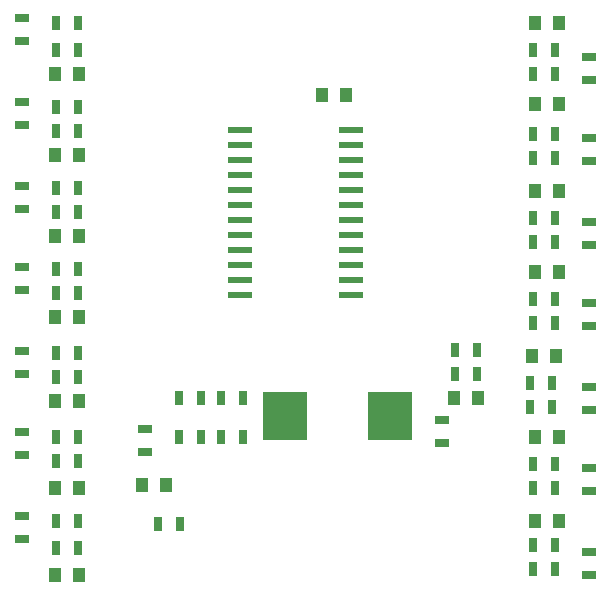
<source format=gbr>
G04 #@! TF.FileFunction,Paste,Top*
%FSLAX46Y46*%
G04 Gerber Fmt 4.6, Leading zero omitted, Abs format (unit mm)*
G04 Created by KiCad (PCBNEW 4.0.7) date Tuesday, June 05, 2018 'PMt' 05:00:48 PM*
%MOMM*%
%LPD*%
G01*
G04 APERTURE LIST*
%ADD10C,0.100000*%
%ADD11R,1.000000X1.250000*%
%ADD12R,3.810000X4.060000*%
%ADD13R,0.700000X1.300000*%
%ADD14R,1.300000X0.700000*%
%ADD15R,2.000000X0.600000*%
G04 APERTURE END LIST*
D10*
D11*
X57642000Y-89916000D03*
X55642000Y-89916000D03*
X40402000Y-122936000D03*
X42402000Y-122936000D03*
X33036000Y-130556000D03*
X35036000Y-130556000D03*
X33036000Y-123190000D03*
X35036000Y-123190000D03*
X33036000Y-115824000D03*
X35036000Y-115824000D03*
X33036000Y-108712000D03*
X35036000Y-108712000D03*
X33036000Y-101854000D03*
X35036000Y-101854000D03*
X33036000Y-94996000D03*
X35036000Y-94996000D03*
X33036000Y-88138000D03*
X35036000Y-88138000D03*
X75676000Y-83820000D03*
X73676000Y-83820000D03*
X75676000Y-90678000D03*
X73676000Y-90678000D03*
X75676000Y-98044000D03*
X73676000Y-98044000D03*
X75676000Y-104902000D03*
X73676000Y-104902000D03*
X75422000Y-112014000D03*
X73422000Y-112014000D03*
X75676000Y-118872000D03*
X73676000Y-118872000D03*
X75676000Y-125984000D03*
X73676000Y-125984000D03*
X66818000Y-115570000D03*
X68818000Y-115570000D03*
D12*
X52451000Y-117092000D03*
X61341000Y-117092000D03*
D13*
X47056000Y-115570000D03*
X48956000Y-115570000D03*
X43500000Y-115570000D03*
X45400000Y-115570000D03*
X45400000Y-118872000D03*
X43500000Y-118872000D03*
X47056000Y-118872000D03*
X48956000Y-118872000D03*
D14*
X40640000Y-118176000D03*
X40640000Y-120076000D03*
D13*
X41722000Y-126238000D03*
X43622000Y-126238000D03*
D14*
X30226000Y-127442000D03*
X30226000Y-125542000D03*
X30226000Y-120330000D03*
X30226000Y-118430000D03*
X30226000Y-113472000D03*
X30226000Y-111572000D03*
D13*
X34986000Y-125984000D03*
X33086000Y-125984000D03*
X33086000Y-128270000D03*
X34986000Y-128270000D03*
X34986000Y-118872000D03*
X33086000Y-118872000D03*
X33086000Y-120904000D03*
X34986000Y-120904000D03*
X34986000Y-111760000D03*
X33086000Y-111760000D03*
X33086000Y-113792000D03*
X34986000Y-113792000D03*
D14*
X30226000Y-106360000D03*
X30226000Y-104460000D03*
X30226000Y-99502000D03*
X30226000Y-97602000D03*
X30226000Y-92390000D03*
X30226000Y-90490000D03*
D13*
X34986000Y-104648000D03*
X33086000Y-104648000D03*
X33086000Y-106680000D03*
X34986000Y-106680000D03*
X34986000Y-97790000D03*
X33086000Y-97790000D03*
X33086000Y-99822000D03*
X34986000Y-99822000D03*
X34986000Y-90932000D03*
X33086000Y-90932000D03*
X33086000Y-92964000D03*
X34986000Y-92964000D03*
D14*
X30226000Y-85278000D03*
X30226000Y-83378000D03*
X78232000Y-86680000D03*
X78232000Y-88580000D03*
X78232000Y-93538000D03*
X78232000Y-95438000D03*
D13*
X34986000Y-83820000D03*
X33086000Y-83820000D03*
X33086000Y-86106000D03*
X34986000Y-86106000D03*
X73472000Y-88138000D03*
X75372000Y-88138000D03*
X75372000Y-86106000D03*
X73472000Y-86106000D03*
X73472000Y-95250000D03*
X75372000Y-95250000D03*
X75372000Y-93218000D03*
X73472000Y-93218000D03*
D14*
X78232000Y-100650000D03*
X78232000Y-102550000D03*
X78232000Y-107508000D03*
X78232000Y-109408000D03*
X78232000Y-114620000D03*
X78232000Y-116520000D03*
D13*
X73472000Y-102362000D03*
X75372000Y-102362000D03*
X75372000Y-100330000D03*
X73472000Y-100330000D03*
X73472000Y-109220000D03*
X75372000Y-109220000D03*
X75372000Y-107188000D03*
X73472000Y-107188000D03*
X73218000Y-116332000D03*
X75118000Y-116332000D03*
X75118000Y-114300000D03*
X73218000Y-114300000D03*
D14*
X78232000Y-121478000D03*
X78232000Y-123378000D03*
X78232000Y-128590000D03*
X78232000Y-130490000D03*
X65786000Y-117414000D03*
X65786000Y-119314000D03*
D13*
X73472000Y-123190000D03*
X75372000Y-123190000D03*
X75372000Y-121158000D03*
X73472000Y-121158000D03*
X73472000Y-130048000D03*
X75372000Y-130048000D03*
X75372000Y-128016000D03*
X73472000Y-128016000D03*
X68768000Y-111506000D03*
X66868000Y-111506000D03*
X66868000Y-113538000D03*
X68768000Y-113538000D03*
D15*
X48640000Y-92837000D03*
X48640000Y-94107000D03*
X48640000Y-95377000D03*
X48640000Y-96647000D03*
X48640000Y-97917000D03*
X48640000Y-99187000D03*
X48640000Y-100457000D03*
X48640000Y-101727000D03*
X48640000Y-102997000D03*
X48640000Y-104267000D03*
X48640000Y-105537000D03*
X48640000Y-106807000D03*
X58040000Y-106807000D03*
X58040000Y-105537000D03*
X58040000Y-104267000D03*
X58040000Y-102997000D03*
X58040000Y-101727000D03*
X58040000Y-100457000D03*
X58040000Y-99187000D03*
X58040000Y-97917000D03*
X58040000Y-96647000D03*
X58040000Y-95377000D03*
X58040000Y-94107000D03*
X58040000Y-92837000D03*
M02*

</source>
